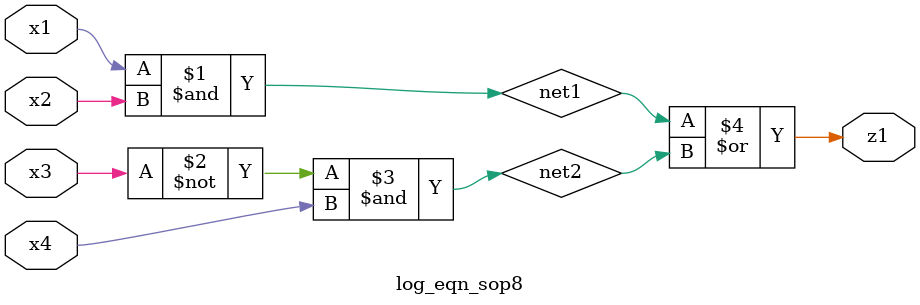
<source format=v>
module log_eqn_sop8 (x1, x2, x3, x4, z1);
    input x1, x2, x3, x4;
    output z1;
    wire net1, net2;

    and #3 inst1 (net1, x1, x2);
    and #3 inst2 (net2, ~x3, x4);
    or  #5 inst3 (z1, net1, net2);
endmodule
</source>
